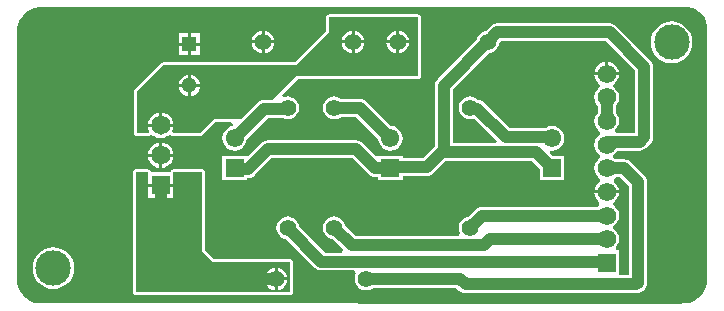
<source format=gbr>
%TF.GenerationSoftware,Altium Limited,Altium Designer,20.0.10 (225)*%
G04 Layer_Physical_Order=2*
G04 Layer_Color=16711680*
%FSLAX26Y26*%
%MOIN*%
%TF.FileFunction,Copper,L2,Bot,Signal*%
%TF.Part,Single*%
G01*
G75*
%TA.AperFunction,Conductor*%
%ADD11C,0.039370*%
%TA.AperFunction,ComponentPad*%
%ADD13C,0.055118*%
%ADD14R,0.051181X0.051181*%
%ADD15C,0.051181*%
%ADD16C,0.064961*%
%ADD17R,0.064961X0.064961*%
%ADD18R,0.061024X0.061024*%
%ADD19C,0.061024*%
%TA.AperFunction,ViaPad*%
%ADD20C,0.061811*%
%ADD21R,0.061811X0.061811*%
%ADD22C,0.118110*%
G36*
X4895064Y4997332D02*
X4907700Y4992098D01*
X4919072Y4984499D01*
X4928743Y4974828D01*
X4936342Y4963456D01*
X4941576Y4950819D01*
X4944244Y4937405D01*
Y4930567D01*
X4944015Y4930454D01*
X4944000Y4921000D01*
Y4090033D01*
X4943740Y4090000D01*
X4943740Y4090000D01*
Y4085809D01*
X4943249Y4079776D01*
X4940714Y4067032D01*
X4934779Y4052702D01*
X4926162Y4039806D01*
X4915194Y4028838D01*
X4902297Y4020221D01*
X4887968Y4014286D01*
X4874829Y4011672D01*
X4865000Y4011260D01*
D01*
X4855180Y4011001D01*
X2723740Y4011260D01*
X2715985D01*
X2700773Y4014286D01*
X2686443Y4020221D01*
X2673546Y4028838D01*
X2662579Y4039806D01*
X2653961Y4052702D01*
X2648026Y4067032D01*
X2645000Y4082245D01*
Y4090000D01*
Y4920967D01*
X2645260Y4921000D01*
X2645260Y4921000D01*
Y4925191D01*
X2645751Y4931224D01*
X2648286Y4943968D01*
X2654221Y4958297D01*
X2662838Y4971194D01*
X2673806Y4982162D01*
X2686702Y4990779D01*
X2701032Y4996714D01*
X2716245Y4999740D01*
X2724000D01*
X2725000Y5000000D01*
X4881649D01*
X4895064Y4997332D01*
D02*
G37*
%LPC*%
G36*
X3470000Y4920225D02*
Y4888000D01*
X3502225D01*
X3501592Y4892805D01*
X3497808Y4901942D01*
X3491787Y4909787D01*
X3483942Y4915808D01*
X3474805Y4919592D01*
X3470000Y4920225D01*
D02*
G37*
G36*
X3460000D02*
X3455195Y4919592D01*
X3446058Y4915808D01*
X3438213Y4909787D01*
X3432192Y4901942D01*
X3428408Y4892805D01*
X3427775Y4888000D01*
X3460000D01*
Y4920225D01*
D02*
G37*
G36*
X3254590Y4911591D02*
X3224000D01*
Y4881000D01*
X3254590D01*
Y4911591D01*
D02*
G37*
G36*
X3214000D02*
X3183410D01*
Y4881000D01*
X3214000D01*
Y4911591D01*
D02*
G37*
G36*
X3502225Y4878000D02*
X3470000D01*
Y4845775D01*
X3474805Y4846408D01*
X3483942Y4850192D01*
X3491787Y4856213D01*
X3497808Y4864058D01*
X3501592Y4873195D01*
X3502225Y4878000D01*
D02*
G37*
G36*
X3460000D02*
X3427775D01*
X3428408Y4873195D01*
X3432192Y4864058D01*
X3438213Y4856213D01*
X3446058Y4850192D01*
X3455195Y4846408D01*
X3460000Y4845775D01*
Y4878000D01*
D02*
G37*
G36*
X3254590Y4871000D02*
X3224000D01*
Y4840409D01*
X3254590D01*
Y4871000D01*
D02*
G37*
G36*
X3214000D02*
X3183410D01*
Y4840409D01*
X3214000D01*
Y4871000D01*
D02*
G37*
G36*
X3980000Y4975196D02*
X3685000Y4975196D01*
X3681098Y4974420D01*
X3677790Y4972210D01*
X3675580Y4968902D01*
X3674804Y4965000D01*
X3674804Y4919223D01*
X3570777Y4815196D01*
X3130000Y4815196D01*
X3126098Y4814420D01*
X3122790Y4812210D01*
X3037790Y4727210D01*
X3035580Y4723902D01*
X3034804Y4720000D01*
Y4580000D01*
X3035580Y4576098D01*
X3037790Y4572790D01*
X3041098Y4570580D01*
X3045000Y4569804D01*
X3083410D01*
X3085352Y4570190D01*
X3087281Y4570568D01*
X3087295Y4570577D01*
X3087311Y4570580D01*
X3088944Y4571671D01*
X3090596Y4572767D01*
X3091478Y4572491D01*
X3100009Y4569512D01*
X3100331Y4569322D01*
X3101577Y4568366D01*
X3111910Y4564086D01*
X3123000Y4562626D01*
X3134090Y4564086D01*
X3144423Y4568366D01*
X3145669Y4569322D01*
X3145991Y4569512D01*
X3154522Y4572491D01*
X3155404Y4572767D01*
X3157056Y4571671D01*
X3158689Y4570580D01*
X3158705Y4570577D01*
X3158719Y4570568D01*
X3160663Y4570187D01*
X3162590Y4569804D01*
X3255000D01*
X3258902Y4570580D01*
X3262210Y4572790D01*
X3304223Y4614804D01*
X3357995Y4614804D01*
X3363470Y4604804D01*
X3361454Y4601653D01*
X3358621Y4601280D01*
X3348766Y4597198D01*
X3340303Y4590704D01*
X3333810Y4582242D01*
X3329728Y4572387D01*
X3328336Y4561811D01*
X3329728Y4551235D01*
X3333810Y4541380D01*
X3340303Y4532918D01*
X3348766Y4526424D01*
X3358621Y4522342D01*
X3369197Y4520950D01*
X3379773Y4522342D01*
X3389628Y4526424D01*
X3398090Y4532918D01*
X3404584Y4541380D01*
X3408666Y4551235D01*
X3409834Y4560105D01*
X3479788Y4630059D01*
X3529795D01*
X3536195Y4627408D01*
X3546000Y4626117D01*
X3555805Y4627408D01*
X3564942Y4631192D01*
X3572787Y4637213D01*
X3578808Y4645058D01*
X3582592Y4654195D01*
X3583883Y4664000D01*
X3582592Y4673805D01*
X3578808Y4682942D01*
X3572787Y4690787D01*
X3564942Y4696808D01*
X3555805Y4700592D01*
X3546000Y4701883D01*
X3536195Y4700592D01*
X3532710Y4699149D01*
X3527046Y4707626D01*
X3579223Y4759804D01*
X3980000D01*
X3983902Y4760580D01*
X3987210Y4762790D01*
X3989420Y4766098D01*
X3990196Y4770000D01*
X3990196Y4965000D01*
X3989420Y4968902D01*
X3987210Y4972210D01*
X3983902Y4974420D01*
X3980000Y4975196D01*
D02*
G37*
G36*
X4825905Y4951279D02*
X4812368Y4949946D01*
X4799351Y4945997D01*
X4787355Y4939585D01*
X4776840Y4930955D01*
X4768211Y4920440D01*
X4761798Y4908444D01*
X4757850Y4895427D01*
X4756516Y4881890D01*
X4757850Y4868353D01*
X4761798Y4855336D01*
X4768211Y4843339D01*
X4776840Y4832824D01*
X4787355Y4824195D01*
X4799351Y4817783D01*
X4812368Y4813834D01*
X4825905Y4812501D01*
X4839443Y4813834D01*
X4852460Y4817783D01*
X4864456Y4824195D01*
X4874971Y4832824D01*
X4883600Y4843339D01*
X4890013Y4855336D01*
X4893961Y4868353D01*
X4895295Y4881890D01*
X4893961Y4895427D01*
X4890013Y4908444D01*
X4883600Y4920440D01*
X4874971Y4930955D01*
X4864456Y4939585D01*
X4852460Y4945997D01*
X4839443Y4949946D01*
X4825905Y4951279D01*
D02*
G37*
G36*
X4614370Y4817561D02*
Y4781961D01*
X4649970D01*
X4649223Y4787639D01*
X4645101Y4797590D01*
X4638544Y4806135D01*
X4629999Y4812691D01*
X4620049Y4816813D01*
X4614370Y4817561D01*
D02*
G37*
G36*
X4604370D02*
X4598692Y4816813D01*
X4588741Y4812691D01*
X4580196Y4806135D01*
X4573639Y4797590D01*
X4569517Y4787639D01*
X4568770Y4781961D01*
X4604370D01*
Y4817561D01*
D02*
G37*
G36*
X4620000Y4944941D02*
X4243936D01*
X4236187Y4943921D01*
X4231957Y4942169D01*
X4228966Y4940930D01*
X4222765Y4936172D01*
X4206639Y4920046D01*
X4203195Y4919592D01*
X4194058Y4915808D01*
X4186213Y4909787D01*
X4180192Y4901942D01*
X4176408Y4892805D01*
X4175793Y4888136D01*
X4046328Y4758672D01*
X4041570Y4752471D01*
X4038579Y4745249D01*
X4037559Y4737500D01*
Y4534902D01*
X3997598Y4494941D01*
X3929394D01*
Y4502323D01*
X3848370D01*
Y4502323D01*
X3842466Y4499877D01*
X3796172Y4546172D01*
X3789971Y4550930D01*
X3782749Y4553921D01*
X3775000Y4554941D01*
X3480000D01*
X3472251Y4553921D01*
X3465029Y4550930D01*
X3458828Y4546172D01*
X3413436Y4500779D01*
X3409709Y4502323D01*
Y4502323D01*
X3328685D01*
Y4421299D01*
X3409709D01*
Y4430059D01*
X3415000D01*
X3422749Y4431079D01*
X3429971Y4434070D01*
X3436172Y4438828D01*
X3492402Y4495059D01*
X3762598D01*
X3817017Y4440639D01*
X3823218Y4435881D01*
X3830440Y4432890D01*
X3838189Y4431870D01*
X3848370D01*
Y4421299D01*
X3929394D01*
Y4435059D01*
X4010000D01*
X4017749Y4436079D01*
X4024971Y4439070D01*
X4031172Y4443828D01*
X4072402Y4485059D01*
X4361874D01*
X4386953Y4459980D01*
Y4421299D01*
X4467976D01*
Y4502323D01*
X4429296D01*
X4419738Y4511880D01*
X4424409Y4521352D01*
X4427465Y4520950D01*
X4438040Y4522342D01*
X4447895Y4526424D01*
X4456358Y4532918D01*
X4462852Y4541380D01*
X4466934Y4551235D01*
X4468326Y4561811D01*
X4466934Y4572387D01*
X4462852Y4582242D01*
X4456358Y4590704D01*
X4447895Y4597198D01*
X4438040Y4601280D01*
X4427465Y4602672D01*
X4416889Y4601280D01*
X4407034Y4597198D01*
X4404093Y4594941D01*
X4287402D01*
X4200185Y4682158D01*
X4193984Y4686917D01*
X4186763Y4689908D01*
X4181979Y4690538D01*
X4181787Y4690787D01*
X4173942Y4696808D01*
X4164805Y4700592D01*
X4155000Y4701883D01*
X4145195Y4700592D01*
X4136058Y4696808D01*
X4128213Y4690787D01*
X4122192Y4682942D01*
X4118408Y4673805D01*
X4117117Y4664000D01*
X4118408Y4654195D01*
X4122192Y4645058D01*
X4128213Y4637213D01*
X4136058Y4631192D01*
X4145195Y4627408D01*
X4155000Y4626117D01*
X4164805Y4627408D01*
X4168654Y4629002D01*
X4243477Y4554180D01*
X4239650Y4544941D01*
X4097441D01*
Y4725098D01*
X4218136Y4845793D01*
X4222805Y4846408D01*
X4231942Y4850192D01*
X4239787Y4856213D01*
X4245808Y4864058D01*
X4249592Y4873195D01*
X4250368Y4879088D01*
X4256338Y4885059D01*
X4607598D01*
X4705059Y4787598D01*
Y4580595D01*
X4642315D01*
X4638962Y4589232D01*
X4638766Y4590595D01*
X4645101Y4598851D01*
X4649223Y4608802D01*
X4650629Y4619480D01*
X4649223Y4630159D01*
X4645101Y4640110D01*
X4639311Y4647655D01*
Y4670046D01*
X4645101Y4677591D01*
X4649223Y4687542D01*
X4650629Y4698220D01*
X4649223Y4708899D01*
X4645101Y4718850D01*
X4638544Y4727395D01*
X4633000Y4731649D01*
X4632208Y4734179D01*
Y4741002D01*
X4633000Y4743532D01*
X4638544Y4747786D01*
X4645101Y4756331D01*
X4649223Y4766282D01*
X4649970Y4771961D01*
X4568770D01*
X4569517Y4766282D01*
X4573639Y4756331D01*
X4580196Y4747786D01*
X4585740Y4743532D01*
X4586532Y4741002D01*
Y4734179D01*
X4585740Y4731649D01*
X4580196Y4727395D01*
X4573639Y4718850D01*
X4569517Y4708899D01*
X4568112Y4698220D01*
X4569517Y4687542D01*
X4573639Y4677591D01*
X4579429Y4670046D01*
Y4647655D01*
X4573639Y4640110D01*
X4569517Y4630159D01*
X4568112Y4619480D01*
X4569517Y4608802D01*
X4573639Y4598851D01*
X4580196Y4590306D01*
X4585740Y4586052D01*
X4586532Y4583522D01*
Y4576698D01*
X4585740Y4574168D01*
X4580196Y4569914D01*
X4573639Y4561369D01*
X4569517Y4551419D01*
X4568112Y4540740D01*
X4569517Y4530062D01*
X4573639Y4520111D01*
X4580196Y4511566D01*
X4585740Y4507312D01*
X4586532Y4504782D01*
Y4497958D01*
X4585740Y4495428D01*
X4580196Y4491174D01*
X4573639Y4482629D01*
X4569517Y4472678D01*
X4568112Y4462000D01*
X4569517Y4451322D01*
X4573639Y4441371D01*
X4580196Y4432826D01*
X4585740Y4428572D01*
X4586532Y4426042D01*
Y4419218D01*
X4585740Y4416688D01*
X4580196Y4412434D01*
X4573639Y4403889D01*
X4569517Y4393938D01*
X4568770Y4388260D01*
X4649970D01*
X4649223Y4393938D01*
X4645101Y4403889D01*
X4638544Y4412434D01*
X4634789Y4415316D01*
X4633890Y4426015D01*
X4639716Y4432059D01*
X4655598D01*
X4685059Y4402598D01*
Y4104941D01*
X4659782D01*
X4650276Y4106134D01*
Y4187945D01*
X4643685D01*
X4640853Y4192716D01*
X4639572Y4197945D01*
X4645101Y4205150D01*
X4649223Y4215101D01*
X4650629Y4225779D01*
X4649223Y4236458D01*
X4645101Y4246409D01*
X4638544Y4254954D01*
X4633000Y4259208D01*
X4632208Y4261738D01*
Y4268562D01*
X4633000Y4271091D01*
X4638544Y4275345D01*
X4645101Y4283890D01*
X4649223Y4293841D01*
X4650629Y4304520D01*
X4649223Y4315198D01*
X4645101Y4325149D01*
X4638544Y4333694D01*
X4633000Y4337948D01*
X4632208Y4340478D01*
Y4347302D01*
X4633000Y4349832D01*
X4638544Y4354086D01*
X4645101Y4362631D01*
X4649223Y4372581D01*
X4649970Y4378260D01*
X4568770D01*
X4569517Y4372581D01*
X4573639Y4362631D01*
X4580196Y4354086D01*
X4583952Y4351204D01*
X4584850Y4340505D01*
X4579025Y4334461D01*
X4195520D01*
X4187770Y4333441D01*
X4183540Y4331688D01*
X4180549Y4330449D01*
X4174348Y4325691D01*
X4149864Y4301207D01*
X4145195Y4300592D01*
X4136058Y4296808D01*
X4128213Y4290787D01*
X4122192Y4282942D01*
X4118408Y4273805D01*
X4117117Y4264000D01*
X4118408Y4254195D01*
X4122192Y4245058D01*
X4122282Y4244941D01*
X4117351Y4234941D01*
X3773402D01*
X3739207Y4269136D01*
X3738592Y4273805D01*
X3734808Y4282942D01*
X3728787Y4290787D01*
X3720942Y4296808D01*
X3711805Y4300592D01*
X3702000Y4301883D01*
X3692195Y4300592D01*
X3683058Y4296808D01*
X3675213Y4290787D01*
X3669192Y4282942D01*
X3665408Y4273805D01*
X3664117Y4264000D01*
X3665408Y4254195D01*
X3669192Y4245058D01*
X3675213Y4237213D01*
X3683058Y4231192D01*
X3692195Y4227408D01*
X3696864Y4226793D01*
X3732471Y4191185D01*
X3728329Y4181185D01*
X3671158D01*
X3583207Y4269136D01*
X3582592Y4273805D01*
X3578808Y4282942D01*
X3572787Y4290787D01*
X3564942Y4296808D01*
X3555805Y4300592D01*
X3546000Y4301883D01*
X3536195Y4300592D01*
X3527058Y4296808D01*
X3519213Y4290787D01*
X3513192Y4282942D01*
X3509408Y4273805D01*
X3508117Y4264000D01*
X3509408Y4254195D01*
X3513192Y4245058D01*
X3519213Y4237213D01*
X3527058Y4231192D01*
X3536195Y4227408D01*
X3540864Y4226793D01*
X3637584Y4130073D01*
X3643785Y4125314D01*
X3646776Y4124075D01*
X3651006Y4122323D01*
X3658756Y4121303D01*
X3769003D01*
X3772258Y4116906D01*
X3774514Y4111303D01*
X3771408Y4103805D01*
X3770117Y4094000D01*
X3771408Y4084195D01*
X3775192Y4075058D01*
X3781213Y4067213D01*
X3789058Y4061192D01*
X3798195Y4057408D01*
X3808000Y4056117D01*
X3817805Y4057408D01*
X3826942Y4061192D01*
X3830677Y4064059D01*
X4108598D01*
X4118828Y4053828D01*
X4125029Y4049070D01*
X4132251Y4046079D01*
X4140000Y4045059D01*
X4709142D01*
X4716891Y4046079D01*
X4724113Y4049070D01*
X4730314Y4053828D01*
X4736172Y4059686D01*
X4740930Y4065887D01*
X4742169Y4068878D01*
X4743921Y4073108D01*
X4744941Y4080858D01*
Y4415000D01*
X4743921Y4422749D01*
X4740930Y4429971D01*
X4736172Y4436172D01*
X4689172Y4483172D01*
X4682971Y4487930D01*
X4675749Y4490921D01*
X4668000Y4491941D01*
X4637545D01*
X4633000Y4495428D01*
X4632208Y4497958D01*
Y4504782D01*
X4633000Y4507312D01*
X4638544Y4511566D01*
X4645101Y4520111D01*
X4645350Y4520712D01*
X4720654D01*
X4728403Y4521733D01*
X4735624Y4524724D01*
X4741825Y4529482D01*
X4756172Y4543828D01*
X4760930Y4550029D01*
X4763921Y4557251D01*
X4764941Y4565000D01*
Y4800000D01*
X4763921Y4807749D01*
X4760930Y4814971D01*
X4756172Y4821172D01*
X4641172Y4936172D01*
X4634971Y4940930D01*
X4627749Y4943921D01*
X4620000Y4944941D01*
D02*
G37*
G36*
X3702000Y4701883D02*
X3692195Y4700592D01*
X3683058Y4696808D01*
X3675213Y4690787D01*
X3669192Y4682942D01*
X3665408Y4673805D01*
X3664117Y4664000D01*
X3665408Y4654195D01*
X3669192Y4645058D01*
X3675213Y4637213D01*
X3683058Y4631192D01*
X3692195Y4627408D01*
X3702000Y4626117D01*
X3711805Y4627408D01*
X3720942Y4631192D01*
X3724677Y4634059D01*
X3774291D01*
X3848245Y4560105D01*
X3849413Y4551235D01*
X3853495Y4541380D01*
X3859988Y4532918D01*
X3868451Y4526424D01*
X3878306Y4522342D01*
X3888882Y4520950D01*
X3899458Y4522342D01*
X3909313Y4526424D01*
X3917775Y4532918D01*
X3924269Y4541380D01*
X3928351Y4551235D01*
X3929743Y4561811D01*
X3928351Y4572387D01*
X3924269Y4582242D01*
X3917775Y4590704D01*
X3909313Y4597198D01*
X3899458Y4601280D01*
X3890588Y4602448D01*
X3807865Y4685172D01*
X3801664Y4689930D01*
X3794442Y4692921D01*
X3786693Y4693941D01*
X3724677D01*
X3720942Y4696808D01*
X3711805Y4700592D01*
X3702000Y4701883D01*
D02*
G37*
G36*
X3128000Y4547661D02*
Y4510472D01*
X3165189D01*
X3164387Y4516562D01*
X3160106Y4526896D01*
X3153297Y4535770D01*
X3144423Y4542579D01*
X3134090Y4546859D01*
X3128000Y4547661D01*
D02*
G37*
G36*
X3118000D02*
X3111910Y4546859D01*
X3101577Y4542579D01*
X3092703Y4535770D01*
X3085894Y4526896D01*
X3081613Y4516562D01*
X3080811Y4510472D01*
X3118000D01*
Y4547661D01*
D02*
G37*
G36*
X3165189Y4500472D02*
X3128000D01*
Y4463284D01*
X3134090Y4464086D01*
X3144423Y4468366D01*
X3153297Y4475175D01*
X3160106Y4484049D01*
X3164387Y4494383D01*
X3165189Y4500472D01*
D02*
G37*
G36*
X3118000D02*
X3080811D01*
X3081613Y4494383D01*
X3085894Y4484049D01*
X3092703Y4475175D01*
X3101577Y4468366D01*
X3111910Y4464086D01*
X3118000Y4463284D01*
Y4500472D01*
D02*
G37*
G36*
X3260000Y4460196D02*
X3169632D01*
X3169301Y4460130D01*
X3168966Y4460174D01*
X3167361Y4459744D01*
X3165731Y4459420D01*
X3165449Y4459232D01*
X3165123Y4459145D01*
X3160971Y4457097D01*
X3159652Y4456085D01*
X3158271Y4455162D01*
X3158083Y4454881D01*
X3157815Y4454675D01*
X3156984Y4453236D01*
X3156061Y4451855D01*
X3155995Y4451523D01*
X3155826Y4451230D01*
X3155609Y4449582D01*
X3155285Y4447953D01*
X3090715D01*
X3090391Y4449582D01*
X3090174Y4451230D01*
X3090005Y4451523D01*
X3089939Y4451855D01*
X3089016Y4453236D01*
X3088185Y4454675D01*
X3087917Y4454881D01*
X3087729Y4455162D01*
X3086348Y4456085D01*
X3085029Y4457097D01*
X3080877Y4459145D01*
X3080551Y4459232D01*
X3080269Y4459420D01*
X3078640Y4459744D01*
X3077034Y4460174D01*
X3076699Y4460130D01*
X3076368Y4460196D01*
X3040000D01*
X3036098Y4459420D01*
X3032790Y4457210D01*
X3030580Y4453902D01*
X3029804Y4450000D01*
Y4050000D01*
X3030580Y4046098D01*
X3032790Y4042790D01*
X3036098Y4040580D01*
X3040000Y4039804D01*
X3555000Y4039804D01*
X3558902Y4040580D01*
X3562210Y4042791D01*
X3564420Y4046098D01*
X3565196Y4050000D01*
X3565196Y4150000D01*
X3564420Y4153902D01*
X3562210Y4157210D01*
X3558902Y4159420D01*
X3555000Y4160196D01*
X3299223D01*
X3270196Y4189223D01*
Y4450000D01*
X3269420Y4453902D01*
X3267210Y4457210D01*
X3263902Y4459420D01*
X3260000Y4460196D01*
D02*
G37*
G36*
X2765378Y4198484D02*
X2751841Y4197150D01*
X2738824Y4193202D01*
X2726827Y4186789D01*
X2716312Y4178160D01*
X2707683Y4167645D01*
X2701271Y4155649D01*
X2697322Y4142632D01*
X2695989Y4129095D01*
X2697322Y4115557D01*
X2701271Y4102540D01*
X2707683Y4090544D01*
X2716312Y4080029D01*
X2726827Y4071399D01*
X2738824Y4064987D01*
X2751841Y4061039D01*
X2765378Y4059705D01*
X2778915Y4061039D01*
X2791932Y4064987D01*
X2803929Y4071399D01*
X2814444Y4080029D01*
X2823073Y4090544D01*
X2829485Y4102540D01*
X2833434Y4115557D01*
X2834767Y4129095D01*
X2833434Y4142632D01*
X2829485Y4155649D01*
X2823073Y4167645D01*
X2814444Y4178160D01*
X2803929Y4186789D01*
X2791932Y4193202D01*
X2778915Y4197150D01*
X2765378Y4198484D01*
D02*
G37*
%LPD*%
G36*
X3980000Y4770000D02*
X3575000D01*
X3494941Y4689941D01*
X3467386D01*
X3459637Y4688921D01*
X3455406Y4687169D01*
X3452415Y4685930D01*
X3446214Y4681172D01*
X3390043Y4625000D01*
X3300000Y4625000D01*
X3255000Y4580000D01*
X3162590D01*
X3160500Y4585000D01*
X3164387Y4594383D01*
X3165189Y4600472D01*
X3080811D01*
X3081613Y4594383D01*
X3085500Y4585000D01*
X3083410Y4580000D01*
X3045000D01*
Y4720000D01*
X3130000Y4805000D01*
X3575000Y4805000D01*
X3685000Y4915000D01*
X3685000Y4965000D01*
X3980000Y4965000D01*
X3980000Y4770000D01*
D02*
G37*
%LPC*%
G36*
X3918000Y4920225D02*
Y4888000D01*
X3950225D01*
X3949592Y4892805D01*
X3945808Y4901942D01*
X3939787Y4909787D01*
X3931942Y4915808D01*
X3922805Y4919592D01*
X3918000Y4920225D01*
D02*
G37*
G36*
X3908000D02*
X3903195Y4919592D01*
X3894058Y4915808D01*
X3886213Y4909787D01*
X3880192Y4901942D01*
X3876408Y4892805D01*
X3875775Y4888000D01*
X3908000D01*
Y4920225D01*
D02*
G37*
G36*
X3770000D02*
Y4888000D01*
X3802225D01*
X3801592Y4892805D01*
X3797808Y4901942D01*
X3791787Y4909787D01*
X3783942Y4915808D01*
X3774805Y4919592D01*
X3770000Y4920225D01*
D02*
G37*
G36*
X3760000D02*
X3755195Y4919592D01*
X3746058Y4915808D01*
X3738213Y4909787D01*
X3732192Y4901942D01*
X3728408Y4892805D01*
X3727775Y4888000D01*
X3760000D01*
Y4920225D01*
D02*
G37*
G36*
X3950225Y4878000D02*
X3918000D01*
Y4845775D01*
X3922805Y4846408D01*
X3931942Y4850192D01*
X3939787Y4856213D01*
X3945808Y4864058D01*
X3949592Y4873195D01*
X3950225Y4878000D01*
D02*
G37*
G36*
X3908000D02*
X3875775D01*
X3876408Y4873195D01*
X3880192Y4864058D01*
X3886213Y4856213D01*
X3894058Y4850192D01*
X3903195Y4846408D01*
X3908000Y4845775D01*
Y4878000D01*
D02*
G37*
G36*
X3802225D02*
X3770000D01*
Y4845775D01*
X3774805Y4846408D01*
X3783942Y4850192D01*
X3791787Y4856213D01*
X3797808Y4864058D01*
X3801592Y4873195D01*
X3802225Y4878000D01*
D02*
G37*
G36*
X3760000D02*
X3727775D01*
X3728408Y4873195D01*
X3732192Y4864058D01*
X3738213Y4856213D01*
X3746058Y4850192D01*
X3755195Y4846408D01*
X3760000Y4845775D01*
Y4878000D01*
D02*
G37*
G36*
X3224000Y4773444D02*
Y4743205D01*
X3254239D01*
X3253674Y4747496D01*
X3250088Y4756154D01*
X3244383Y4763588D01*
X3236949Y4769293D01*
X3228291Y4772879D01*
X3224000Y4773444D01*
D02*
G37*
G36*
X3214000D02*
X3209709Y4772879D01*
X3201051Y4769293D01*
X3193617Y4763588D01*
X3187912Y4756154D01*
X3184326Y4747496D01*
X3183761Y4743205D01*
X3214000D01*
Y4773444D01*
D02*
G37*
G36*
X3254239Y4733205D02*
X3224000D01*
Y4702966D01*
X3228291Y4703530D01*
X3236949Y4707117D01*
X3244383Y4712821D01*
X3250088Y4720256D01*
X3253674Y4728914D01*
X3254239Y4733205D01*
D02*
G37*
G36*
X3214000D02*
X3183761D01*
X3184326Y4728914D01*
X3187912Y4720256D01*
X3193617Y4712821D01*
X3201051Y4707117D01*
X3209709Y4703530D01*
X3214000Y4702966D01*
Y4733205D01*
D02*
G37*
G36*
X3128000Y4647661D02*
Y4610472D01*
X3165189D01*
X3164387Y4616562D01*
X3160106Y4626896D01*
X3153297Y4635770D01*
X3144423Y4642579D01*
X3134090Y4646859D01*
X3128000Y4647661D01*
D02*
G37*
G36*
X3118000D02*
X3111910Y4646859D01*
X3101577Y4642579D01*
X3092703Y4635770D01*
X3085894Y4626896D01*
X3081613Y4616562D01*
X3080811Y4610472D01*
X3118000D01*
Y4647661D01*
D02*
G37*
%LPD*%
G36*
X3260000Y4185000D02*
X3295000Y4150000D01*
X3555000D01*
X3555000Y4050000D01*
X3040000Y4050000D01*
Y4450000D01*
X3076368D01*
X3080520Y4447953D01*
X3080520Y4445000D01*
Y4410472D01*
X3165480D01*
Y4445000D01*
X3165480Y4447953D01*
X3169632Y4450000D01*
X3260000D01*
Y4185000D01*
D02*
G37*
%LPC*%
G36*
X3165480Y4400472D02*
X3128000D01*
Y4362992D01*
X3165480D01*
Y4400472D01*
D02*
G37*
G36*
X3118000D02*
X3080520D01*
Y4362992D01*
X3118000D01*
Y4400472D01*
D02*
G37*
G36*
X3513000Y4131225D02*
Y4099000D01*
X3545225D01*
X3544592Y4103805D01*
X3540808Y4112942D01*
X3534787Y4120787D01*
X3526942Y4126808D01*
X3517805Y4130592D01*
X3513000Y4131225D01*
D02*
G37*
G36*
X3503000D02*
X3498195Y4130592D01*
X3489058Y4126808D01*
X3481213Y4120787D01*
X3475192Y4112942D01*
X3471408Y4103805D01*
X3470775Y4099000D01*
X3503000D01*
Y4131225D01*
D02*
G37*
G36*
X3545225Y4089000D02*
X3513000D01*
Y4056775D01*
X3517805Y4057408D01*
X3526942Y4061192D01*
X3534787Y4067213D01*
X3540808Y4075058D01*
X3544592Y4084195D01*
X3545225Y4089000D01*
D02*
G37*
G36*
X3503000D02*
X3470775D01*
X3471408Y4084195D01*
X3475192Y4075058D01*
X3481213Y4067213D01*
X3489058Y4061192D01*
X3498195Y4057408D01*
X3503000Y4056775D01*
Y4089000D01*
D02*
G37*
%LPD*%
D11*
X4067500Y4522500D02*
Y4737500D01*
X4215000Y4885000D01*
X4213000Y4883000D02*
Y4884064D01*
X4243936Y4915000D01*
X4620000D01*
X4179013Y4660987D02*
X4275000Y4565000D01*
X4424276D01*
X4427465Y4561811D01*
X4060000Y4515000D02*
X4374276D01*
X4427465Y4461811D01*
X4155000Y4664000D02*
X4158013Y4660987D01*
X4179013D01*
X3831711Y4151244D02*
X3832955Y4150000D01*
X4606409D02*
X4609370Y4147039D01*
X3832955Y4150000D02*
X4606409D01*
X3816000Y4094000D02*
X4121000D01*
X4140000Y4075000D01*
X4709142D01*
X3761000Y4205000D02*
X4200000D01*
X4220779Y4225779D01*
X3705000Y4261000D02*
X3761000Y4205000D01*
X3658756Y4151244D02*
X3831711D01*
X4609370Y4620630D02*
X4610000Y4620000D01*
X4609370Y4620630D02*
Y4698220D01*
X3546000Y4264000D02*
X3658756Y4151244D01*
X3504000Y4094000D02*
X3510000Y4100000D01*
X3306000Y4094000D02*
X3504000D01*
X3123000Y4277000D02*
X3306000Y4094000D01*
X3123000Y4277000D02*
Y4405472D01*
X4735000Y4565000D02*
Y4800000D01*
X4619284Y4550654D02*
X4720654D01*
X4735000Y4565000D01*
X4609370Y4540740D02*
X4619284Y4550654D01*
X4620000Y4915000D02*
X4735000Y4800000D01*
X4195520Y4304520D02*
X4609370D01*
X4166000Y4275000D02*
X4195520Y4304520D01*
X4165000Y4275000D02*
X4166000D01*
X3705000Y4261000D02*
Y4265000D01*
X4220779Y4225779D02*
X4609370D01*
X4715000Y4080858D02*
Y4415000D01*
X4709142Y4075000D02*
X4715000Y4080858D01*
X4609370Y4462000D02*
X4668000D01*
X4715000Y4415000D01*
X3702000Y4664000D02*
X3786693D01*
X3885000Y4565693D01*
Y4565000D02*
Y4565693D01*
X3467386Y4660000D02*
X3545000D01*
X3369197Y4561811D02*
X3467386Y4660000D01*
X4010000Y4465000D02*
X4067500Y4522500D01*
X3380000Y4460000D02*
X3415000D01*
X3480000Y4525000D02*
X3775000D01*
X3415000Y4460000D02*
X3480000Y4525000D01*
X3838189Y4461811D02*
X3888882D01*
X3775000Y4525000D02*
X3838189Y4461811D01*
X3890000Y4465000D02*
X4010000D01*
D13*
X3465000Y4883000D02*
D03*
X3765000D02*
D03*
X4155000Y4664000D02*
D03*
Y4264000D02*
D03*
X3913000Y4883000D02*
D03*
X4213000D02*
D03*
X3508000Y4094000D02*
D03*
X3808000D02*
D03*
X3546000Y4664000D02*
D03*
Y4264000D02*
D03*
X3702000Y4664000D02*
D03*
Y4264000D02*
D03*
D14*
X3219000Y4876000D02*
D03*
D15*
Y4738205D02*
D03*
D16*
X3123000Y4605472D02*
D03*
Y4505472D02*
D03*
D17*
Y4405472D02*
D03*
D18*
X3369197Y4461811D02*
D03*
X3888882D02*
D03*
X4427465D02*
D03*
D19*
X3369197Y4561811D02*
D03*
X3888882D02*
D03*
X4427465D02*
D03*
D20*
X4609370Y4776961D02*
D03*
Y4698220D02*
D03*
Y4619480D02*
D03*
Y4540740D02*
D03*
Y4462000D02*
D03*
Y4383260D02*
D03*
Y4304520D02*
D03*
Y4225779D02*
D03*
D21*
Y4147039D02*
D03*
D22*
X4825905Y4881890D02*
D03*
X2765378Y4129095D02*
D03*
%TF.MD5,0cc6ae4de02b09b4f5aefa64dc10e5b8*%
M02*

</source>
